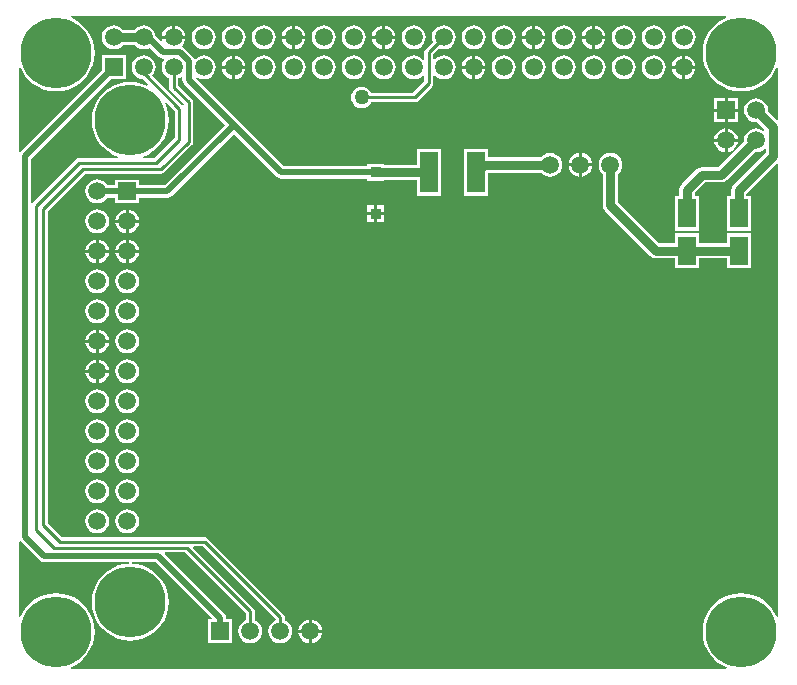
<source format=gtl>
G04*
G04 #@! TF.GenerationSoftware,Altium Limited,Altium Designer,18.1.9 (240)*
G04*
G04 Layer_Physical_Order=1*
G04 Layer_Color=255*
%FSAX25Y25*%
%MOIN*%
G70*
G01*
G75*
%ADD16C,0.01000*%
%ADD17R,0.06102X0.09646*%
%ADD18R,0.06102X0.13583*%
%ADD19R,0.03740X0.03543*%
%ADD29C,0.03000*%
%ADD30C,0.02000*%
%ADD31C,0.23622*%
%ADD32C,0.05906*%
%ADD33R,0.05906X0.05906*%
%ADD34C,0.05906*%
%ADD35C,0.05910*%
%ADD36R,0.05906X0.05906*%
%ADD37C,0.01968*%
%ADD38C,0.05000*%
G36*
X0388013Y0262630D02*
X0388113Y0262130D01*
X0387127Y0261722D01*
X0385407Y0260668D01*
X0383874Y0259358D01*
X0382564Y0257825D01*
X0381511Y0256106D01*
X0380739Y0254243D01*
X0380268Y0252282D01*
X0380110Y0250272D01*
X0380268Y0248261D01*
X0380739Y0246301D01*
X0381511Y0244438D01*
X0382564Y0242718D01*
X0383874Y0241185D01*
X0385407Y0239875D01*
X0387127Y0238822D01*
X0388990Y0238050D01*
X0390950Y0237579D01*
X0392961Y0237421D01*
X0394971Y0237579D01*
X0396932Y0238050D01*
X0398795Y0238822D01*
X0400514Y0239875D01*
X0402047Y0241185D01*
X0403357Y0242718D01*
X0404411Y0244438D01*
X0404819Y0245424D01*
X0405319Y0245324D01*
Y0228037D01*
X0404857Y0227846D01*
X0401883Y0230820D01*
X0401928Y0231157D01*
X0401792Y0232189D01*
X0401394Y0233151D01*
X0400760Y0233977D01*
X0399934Y0234610D01*
X0398973Y0235009D01*
X0397941Y0235144D01*
X0396909Y0235009D01*
X0395948Y0234610D01*
X0395122Y0233977D01*
X0394488Y0233151D01*
X0394090Y0232189D01*
X0393954Y0231157D01*
X0394090Y0230126D01*
X0394488Y0229164D01*
X0395122Y0228338D01*
X0395948Y0227705D01*
X0396909Y0227307D01*
X0397941Y0227171D01*
X0398278Y0227215D01*
X0400848Y0224645D01*
X0400827Y0224556D01*
X0400264Y0224357D01*
X0399934Y0224610D01*
X0398973Y0225009D01*
X0397941Y0225144D01*
X0396909Y0225009D01*
X0395948Y0224610D01*
X0395122Y0223977D01*
X0394488Y0223151D01*
X0394090Y0222189D01*
X0393954Y0221158D01*
X0393999Y0220820D01*
X0385350Y0212171D01*
X0379870D01*
X0378895Y0211977D01*
X0378068Y0211424D01*
X0373146Y0206503D01*
X0372594Y0205676D01*
X0372400Y0204701D01*
Y0202551D01*
X0370898D01*
Y0190905D01*
X0379000D01*
Y0202551D01*
X0377498D01*
Y0203645D01*
X0380926Y0207073D01*
X0386405D01*
X0387381Y0207267D01*
X0388208Y0207820D01*
X0397603Y0217215D01*
X0397941Y0217171D01*
X0398973Y0217306D01*
X0399934Y0217705D01*
X0400654Y0218257D01*
X0401154Y0218097D01*
Y0216991D01*
X0390371Y0206208D01*
X0389818Y0205381D01*
X0389624Y0204405D01*
Y0202551D01*
X0388122D01*
Y0190905D01*
X0396224D01*
Y0202551D01*
X0394722D01*
Y0203350D01*
X0404857Y0213485D01*
X0405319Y0213293D01*
X0405319Y0062306D01*
X0404819Y0062206D01*
X0404411Y0063192D01*
X0403357Y0064912D01*
X0402047Y0066445D01*
X0400514Y0067755D01*
X0398795Y0068808D01*
X0396932Y0069580D01*
X0394971Y0070051D01*
X0392961Y0070209D01*
X0390950Y0070051D01*
X0388990Y0069580D01*
X0387127Y0068808D01*
X0385407Y0067755D01*
X0383874Y0066445D01*
X0382564Y0064912D01*
X0381511Y0063192D01*
X0380739Y0061329D01*
X0380268Y0059368D01*
X0380110Y0057358D01*
X0380268Y0055348D01*
X0380739Y0053387D01*
X0381511Y0051524D01*
X0382564Y0049805D01*
X0383874Y0048272D01*
X0385407Y0046962D01*
X0387127Y0045908D01*
X0388113Y0045500D01*
X0388013Y0045000D01*
X0169561D01*
X0169462Y0045500D01*
X0170448Y0045908D01*
X0172168Y0046962D01*
X0173701Y0048272D01*
X0175011Y0049805D01*
X0176064Y0051524D01*
X0176836Y0053387D01*
X0177307Y0055348D01*
X0177465Y0057358D01*
X0177307Y0059368D01*
X0176836Y0061329D01*
X0176064Y0063192D01*
X0175011Y0064912D01*
X0173701Y0066445D01*
X0172168Y0067755D01*
X0170448Y0068808D01*
X0168585Y0069580D01*
X0166624Y0070051D01*
X0164614Y0070209D01*
X0162604Y0070051D01*
X0160643Y0069580D01*
X0158780Y0068808D01*
X0157061Y0067755D01*
X0155527Y0066445D01*
X0154218Y0064912D01*
X0153164Y0063192D01*
X0152756Y0062206D01*
X0152256Y0062305D01*
Y0087335D01*
X0152685Y0087491D01*
X0152756Y0087494D01*
X0159137Y0081113D01*
X0159798Y0080671D01*
X0160579Y0080516D01*
X0188848D01*
X0188868Y0080016D01*
X0187309Y0079893D01*
X0185348Y0079422D01*
X0183485Y0078651D01*
X0181765Y0077597D01*
X0180232Y0076288D01*
X0178922Y0074754D01*
X0177869Y0073035D01*
X0177097Y0071172D01*
X0176627Y0069211D01*
X0176468Y0067201D01*
X0176627Y0065191D01*
X0177097Y0063230D01*
X0177869Y0061367D01*
X0178922Y0059647D01*
X0180232Y0058114D01*
X0181765Y0056804D01*
X0183485Y0055751D01*
X0185348Y0054979D01*
X0187309Y0054508D01*
X0189319Y0054350D01*
X0191329Y0054508D01*
X0193290Y0054979D01*
X0195153Y0055751D01*
X0196872Y0056804D01*
X0198406Y0058114D01*
X0199715Y0059647D01*
X0200769Y0061367D01*
X0201541Y0063230D01*
X0202011Y0065191D01*
X0202169Y0067201D01*
X0202011Y0069211D01*
X0201541Y0071172D01*
X0200769Y0073035D01*
X0199715Y0074754D01*
X0198406Y0076288D01*
X0196872Y0077597D01*
X0195153Y0078651D01*
X0193290Y0079422D01*
X0191329Y0079893D01*
X0189770Y0080016D01*
X0189789Y0080516D01*
X0197825D01*
X0216469Y0061871D01*
X0216278Y0061409D01*
X0215366D01*
Y0053504D01*
X0223272D01*
Y0061409D01*
X0221358D01*
Y0061905D01*
X0221203Y0062686D01*
X0220761Y0063347D01*
X0200820Y0083288D01*
X0201011Y0083750D01*
X0207583D01*
X0227789Y0063544D01*
Y0061102D01*
X0227326Y0060909D01*
X0226500Y0060276D01*
X0225866Y0059450D01*
X0225468Y0058489D01*
X0225332Y0057457D01*
X0225468Y0056425D01*
X0225866Y0055463D01*
X0226500Y0054637D01*
X0227326Y0054004D01*
X0228287Y0053606D01*
X0229319Y0053470D01*
X0230351Y0053606D01*
X0231312Y0054004D01*
X0232138Y0054637D01*
X0232772Y0055463D01*
X0233170Y0056425D01*
X0233306Y0057457D01*
X0233170Y0058489D01*
X0232772Y0059450D01*
X0232138Y0060276D01*
X0231312Y0060909D01*
X0230848Y0061102D01*
Y0064177D01*
X0230732Y0064763D01*
X0230400Y0065259D01*
X0210371Y0085288D01*
X0210562Y0085750D01*
X0213685D01*
X0237790Y0061646D01*
Y0061102D01*
X0237326Y0060909D01*
X0236500Y0060276D01*
X0235866Y0059450D01*
X0235468Y0058489D01*
X0235332Y0057457D01*
X0235468Y0056425D01*
X0235866Y0055463D01*
X0236500Y0054637D01*
X0237326Y0054004D01*
X0238287Y0053606D01*
X0239319Y0053470D01*
X0240351Y0053606D01*
X0241312Y0054004D01*
X0242138Y0054637D01*
X0242772Y0055463D01*
X0243170Y0056425D01*
X0243306Y0057457D01*
X0243170Y0058489D01*
X0242772Y0059450D01*
X0242138Y0060276D01*
X0241312Y0060909D01*
X0240848Y0061102D01*
Y0062279D01*
X0240732Y0062865D01*
X0240400Y0063361D01*
X0215400Y0088361D01*
X0214904Y0088692D01*
X0214319Y0088809D01*
X0166626D01*
X0161911Y0093523D01*
Y0197571D01*
X0174303Y0209963D01*
X0199653D01*
X0200239Y0210079D01*
X0200735Y0210411D01*
X0209871Y0219547D01*
X0210202Y0220043D01*
X0210319Y0220628D01*
Y0233754D01*
X0210202Y0234339D01*
X0209871Y0234835D01*
X0205364Y0239342D01*
Y0241796D01*
X0205828Y0241988D01*
X0206248Y0242311D01*
X0206748Y0242064D01*
Y0241236D01*
X0206904Y0240456D01*
X0207346Y0239794D01*
X0220933Y0226207D01*
X0200836Y0206110D01*
X0192248D01*
Y0208024D01*
X0184343D01*
Y0206110D01*
X0181713D01*
X0181114Y0206890D01*
X0180289Y0207524D01*
X0179327Y0207922D01*
X0178295Y0208058D01*
X0177263Y0207922D01*
X0176302Y0207524D01*
X0175476Y0206890D01*
X0174843Y0206064D01*
X0174444Y0205103D01*
X0174308Y0204071D01*
X0174444Y0203039D01*
X0174843Y0202077D01*
X0175476Y0201252D01*
X0176302Y0200618D01*
X0177263Y0200220D01*
X0178295Y0200084D01*
X0179327Y0200220D01*
X0180289Y0200618D01*
X0181114Y0201252D01*
X0181713Y0202032D01*
X0184343D01*
Y0200118D01*
X0192248D01*
Y0202032D01*
X0201681D01*
X0202461Y0202187D01*
X0203123Y0202629D01*
X0223817Y0223323D01*
X0238172Y0208967D01*
X0238172Y0208967D01*
X0238834Y0208525D01*
X0239614Y0208370D01*
X0239614Y0208370D01*
X0268240D01*
Y0207638D01*
X0273980D01*
Y0207860D01*
X0284874D01*
Y0202618D01*
X0292976D01*
Y0218201D01*
X0284874D01*
Y0212958D01*
X0273980D01*
Y0213181D01*
X0268240D01*
Y0212449D01*
X0240459D01*
X0225259Y0227649D01*
X0211163Y0241745D01*
X0211182Y0241864D01*
X0211724Y0242078D01*
X0211841Y0241988D01*
X0212803Y0241590D01*
X0213835Y0241454D01*
X0214867Y0241590D01*
X0215828Y0241988D01*
X0216654Y0242622D01*
X0217287Y0243447D01*
X0217686Y0244409D01*
X0217822Y0245441D01*
X0217686Y0246473D01*
X0217287Y0247434D01*
X0216654Y0248260D01*
X0215828Y0248894D01*
X0214867Y0249292D01*
X0213835Y0249428D01*
X0212803Y0249292D01*
X0211841Y0248894D01*
X0211161Y0248372D01*
X0211071Y0248354D01*
X0210683Y0248405D01*
X0210543Y0248465D01*
X0210229Y0248934D01*
X0207328Y0251836D01*
X0206859Y0252149D01*
X0206798Y0252289D01*
X0206747Y0252678D01*
X0206765Y0252767D01*
X0207287Y0253448D01*
X0207686Y0254409D01*
X0207756Y0254941D01*
X0199914D01*
X0199982Y0254420D01*
X0199965Y0254398D01*
X0199553Y0254142D01*
X0197756Y0255939D01*
X0197686Y0256473D01*
X0197287Y0257434D01*
X0196654Y0258260D01*
X0195828Y0258894D01*
X0194867Y0259292D01*
X0193835Y0259428D01*
X0192803Y0259292D01*
X0191841Y0258894D01*
X0191016Y0258260D01*
X0190808Y0257990D01*
X0186861D01*
X0186654Y0258260D01*
X0185828Y0258894D01*
X0184867Y0259292D01*
X0183835Y0259428D01*
X0182803Y0259292D01*
X0181841Y0258894D01*
X0181016Y0258260D01*
X0180382Y0257434D01*
X0179984Y0256473D01*
X0179848Y0255441D01*
X0179984Y0254409D01*
X0180382Y0253448D01*
X0181016Y0252622D01*
X0181841Y0251988D01*
X0182803Y0251590D01*
X0183835Y0251454D01*
X0184867Y0251590D01*
X0185828Y0251988D01*
X0186654Y0252622D01*
X0186861Y0252892D01*
X0190808D01*
X0191016Y0252622D01*
X0191841Y0251988D01*
X0192803Y0251590D01*
X0193835Y0251454D01*
X0194867Y0251590D01*
X0195828Y0251988D01*
X0195891Y0252036D01*
X0198975Y0248952D01*
X0198975Y0248952D01*
X0199637Y0248510D01*
X0200417Y0248355D01*
X0200417Y0248355D01*
X0200458D01*
X0200704Y0247854D01*
X0200382Y0247434D01*
X0199984Y0246473D01*
X0199848Y0245441D01*
X0199984Y0244409D01*
X0200382Y0243447D01*
X0201015Y0242622D01*
X0201841Y0241988D01*
X0202305Y0241796D01*
Y0238709D01*
X0202422Y0238123D01*
X0202753Y0237627D01*
X0207131Y0233249D01*
X0207093Y0233004D01*
X0206561Y0232830D01*
X0196704Y0242687D01*
X0197287Y0243447D01*
X0197686Y0244409D01*
X0197821Y0245441D01*
X0197686Y0246473D01*
X0197287Y0247434D01*
X0196654Y0248260D01*
X0195828Y0248894D01*
X0194867Y0249292D01*
X0193835Y0249428D01*
X0192803Y0249292D01*
X0191841Y0248894D01*
X0191016Y0248260D01*
X0190382Y0247434D01*
X0189984Y0246473D01*
X0189848Y0245441D01*
X0189984Y0244409D01*
X0190382Y0243447D01*
X0191016Y0242622D01*
X0191841Y0241988D01*
X0192803Y0241590D01*
X0193578Y0241488D01*
X0195308Y0239758D01*
X0195024Y0239334D01*
X0193290Y0240052D01*
X0191329Y0240523D01*
X0189319Y0240681D01*
X0187309Y0240523D01*
X0185348Y0240052D01*
X0183485Y0239281D01*
X0181765Y0238227D01*
X0180232Y0236917D01*
X0178922Y0235384D01*
X0177869Y0233665D01*
X0177097Y0231802D01*
X0176627Y0229841D01*
X0176468Y0227831D01*
X0176627Y0225820D01*
X0177097Y0223860D01*
X0177869Y0221997D01*
X0178922Y0220277D01*
X0180232Y0218744D01*
X0181765Y0217434D01*
X0183485Y0216381D01*
X0185160Y0215687D01*
X0185060Y0215187D01*
X0172291D01*
X0171706Y0215070D01*
X0171210Y0214739D01*
X0156938Y0200467D01*
X0156720Y0200141D01*
X0156220Y0200293D01*
Y0214943D01*
X0182766Y0241488D01*
X0187787D01*
Y0249394D01*
X0179882D01*
Y0244372D01*
X0152756Y0217246D01*
X0152685Y0217249D01*
X0152256Y0217406D01*
Y0245324D01*
X0152756Y0245424D01*
X0153164Y0244438D01*
X0154218Y0242718D01*
X0155527Y0241185D01*
X0157061Y0239875D01*
X0158780Y0238822D01*
X0160643Y0238050D01*
X0162604Y0237579D01*
X0164614Y0237421D01*
X0166624Y0237579D01*
X0168585Y0238050D01*
X0170448Y0238822D01*
X0172168Y0239875D01*
X0173701Y0241185D01*
X0175011Y0242718D01*
X0176064Y0244438D01*
X0176836Y0246301D01*
X0177307Y0248261D01*
X0177465Y0250272D01*
X0177307Y0252282D01*
X0176836Y0254243D01*
X0176064Y0256106D01*
X0175011Y0257825D01*
X0173701Y0259358D01*
X0172168Y0260668D01*
X0170448Y0261722D01*
X0169462Y0262130D01*
X0169561Y0262630D01*
X0388013Y0262630D01*
D02*
G37*
G36*
X0204128Y0230937D02*
Y0221968D01*
X0197347Y0215187D01*
X0193577D01*
X0193478Y0215687D01*
X0195153Y0216381D01*
X0196872Y0217434D01*
X0198406Y0218744D01*
X0199715Y0220277D01*
X0200769Y0221997D01*
X0201541Y0223860D01*
X0202011Y0225820D01*
X0202169Y0227831D01*
X0202011Y0229841D01*
X0201541Y0231802D01*
X0200822Y0233536D01*
X0201246Y0233819D01*
X0204128Y0230937D01*
D02*
G37*
%LPC*%
G36*
X0344335Y0259362D02*
Y0255941D01*
X0347756D01*
X0347686Y0256473D01*
X0347287Y0257434D01*
X0346654Y0258260D01*
X0345828Y0258894D01*
X0344867Y0259292D01*
X0344335Y0259362D01*
D02*
G37*
G36*
X0343335D02*
X0342803Y0259292D01*
X0341841Y0258894D01*
X0341016Y0258260D01*
X0340382Y0257434D01*
X0339984Y0256473D01*
X0339914Y0255941D01*
X0343335D01*
Y0259362D01*
D02*
G37*
G36*
X0324335D02*
Y0255941D01*
X0327756D01*
X0327686Y0256473D01*
X0327287Y0257434D01*
X0326654Y0258260D01*
X0325828Y0258894D01*
X0324867Y0259292D01*
X0324335Y0259362D01*
D02*
G37*
G36*
X0323335D02*
X0322803Y0259292D01*
X0321841Y0258894D01*
X0321016Y0258260D01*
X0320382Y0257434D01*
X0319984Y0256473D01*
X0319914Y0255941D01*
X0323335D01*
Y0259362D01*
D02*
G37*
G36*
X0274335D02*
Y0255941D01*
X0277756D01*
X0277686Y0256473D01*
X0277287Y0257434D01*
X0276654Y0258260D01*
X0275828Y0258894D01*
X0274867Y0259292D01*
X0274335Y0259362D01*
D02*
G37*
G36*
X0273335D02*
X0272803Y0259292D01*
X0271841Y0258894D01*
X0271016Y0258260D01*
X0270382Y0257434D01*
X0269984Y0256473D01*
X0269914Y0255941D01*
X0273335D01*
Y0259362D01*
D02*
G37*
G36*
X0244335D02*
Y0255941D01*
X0247756D01*
X0247686Y0256473D01*
X0247287Y0257434D01*
X0246654Y0258260D01*
X0245828Y0258894D01*
X0244867Y0259292D01*
X0244335Y0259362D01*
D02*
G37*
G36*
X0243335D02*
X0242803Y0259292D01*
X0241841Y0258894D01*
X0241016Y0258260D01*
X0240382Y0257434D01*
X0239984Y0256473D01*
X0239914Y0255941D01*
X0243335D01*
Y0259362D01*
D02*
G37*
G36*
X0204335D02*
Y0255941D01*
X0207756D01*
X0207686Y0256473D01*
X0207287Y0257434D01*
X0206654Y0258260D01*
X0205828Y0258894D01*
X0204867Y0259292D01*
X0204335Y0259362D01*
D02*
G37*
G36*
X0203335D02*
X0202803Y0259292D01*
X0201841Y0258894D01*
X0201015Y0258260D01*
X0200382Y0257434D01*
X0199984Y0256473D01*
X0199914Y0255941D01*
X0203335D01*
Y0259362D01*
D02*
G37*
G36*
X0327756Y0254941D02*
X0324335D01*
Y0251520D01*
X0324867Y0251590D01*
X0325828Y0251988D01*
X0326654Y0252622D01*
X0327287Y0253448D01*
X0327686Y0254409D01*
X0327756Y0254941D01*
D02*
G37*
G36*
X0323335D02*
X0319914D01*
X0319984Y0254409D01*
X0320382Y0253448D01*
X0321016Y0252622D01*
X0321841Y0251988D01*
X0322803Y0251590D01*
X0323335Y0251520D01*
Y0254941D01*
D02*
G37*
G36*
X0277756D02*
X0274335D01*
Y0251520D01*
X0274867Y0251590D01*
X0275828Y0251988D01*
X0276654Y0252622D01*
X0277287Y0253448D01*
X0277686Y0254409D01*
X0277756Y0254941D01*
D02*
G37*
G36*
X0273335D02*
X0269914D01*
X0269984Y0254409D01*
X0270382Y0253448D01*
X0271016Y0252622D01*
X0271841Y0251988D01*
X0272803Y0251590D01*
X0273335Y0251520D01*
Y0254941D01*
D02*
G37*
G36*
X0247756D02*
X0244335D01*
Y0251520D01*
X0244867Y0251590D01*
X0245828Y0251988D01*
X0246654Y0252622D01*
X0247287Y0253448D01*
X0247686Y0254409D01*
X0247756Y0254941D01*
D02*
G37*
G36*
X0243335D02*
X0239914D01*
X0239984Y0254409D01*
X0240382Y0253448D01*
X0241016Y0252622D01*
X0241841Y0251988D01*
X0242803Y0251590D01*
X0243335Y0251520D01*
Y0254941D01*
D02*
G37*
G36*
X0347756D02*
X0344335D01*
Y0251520D01*
X0344867Y0251590D01*
X0345828Y0251988D01*
X0346654Y0252622D01*
X0347287Y0253448D01*
X0347686Y0254409D01*
X0347756Y0254941D01*
D02*
G37*
G36*
X0343335D02*
X0339914D01*
X0339984Y0254409D01*
X0340382Y0253448D01*
X0341016Y0252622D01*
X0341841Y0251988D01*
X0342803Y0251590D01*
X0343335Y0251520D01*
Y0254941D01*
D02*
G37*
G36*
X0373835Y0259428D02*
X0372803Y0259292D01*
X0371841Y0258894D01*
X0371016Y0258260D01*
X0370382Y0257434D01*
X0369984Y0256473D01*
X0369848Y0255441D01*
X0369984Y0254409D01*
X0370382Y0253448D01*
X0371016Y0252622D01*
X0371841Y0251988D01*
X0372803Y0251590D01*
X0373835Y0251454D01*
X0374867Y0251590D01*
X0375828Y0251988D01*
X0376654Y0252622D01*
X0377287Y0253448D01*
X0377686Y0254409D01*
X0377821Y0255441D01*
X0377686Y0256473D01*
X0377287Y0257434D01*
X0376654Y0258260D01*
X0375828Y0258894D01*
X0374867Y0259292D01*
X0373835Y0259428D01*
D02*
G37*
G36*
X0363835D02*
X0362803Y0259292D01*
X0361841Y0258894D01*
X0361016Y0258260D01*
X0360382Y0257434D01*
X0359984Y0256473D01*
X0359848Y0255441D01*
X0359984Y0254409D01*
X0360382Y0253448D01*
X0361016Y0252622D01*
X0361841Y0251988D01*
X0362803Y0251590D01*
X0363835Y0251454D01*
X0364867Y0251590D01*
X0365828Y0251988D01*
X0366654Y0252622D01*
X0367287Y0253448D01*
X0367686Y0254409D01*
X0367822Y0255441D01*
X0367686Y0256473D01*
X0367287Y0257434D01*
X0366654Y0258260D01*
X0365828Y0258894D01*
X0364867Y0259292D01*
X0363835Y0259428D01*
D02*
G37*
G36*
X0353835D02*
X0352803Y0259292D01*
X0351841Y0258894D01*
X0351015Y0258260D01*
X0350382Y0257434D01*
X0349984Y0256473D01*
X0349848Y0255441D01*
X0349984Y0254409D01*
X0350382Y0253448D01*
X0351015Y0252622D01*
X0351841Y0251988D01*
X0352803Y0251590D01*
X0353835Y0251454D01*
X0354867Y0251590D01*
X0355828Y0251988D01*
X0356654Y0252622D01*
X0357287Y0253448D01*
X0357686Y0254409D01*
X0357821Y0255441D01*
X0357686Y0256473D01*
X0357287Y0257434D01*
X0356654Y0258260D01*
X0355828Y0258894D01*
X0354867Y0259292D01*
X0353835Y0259428D01*
D02*
G37*
G36*
X0333835D02*
X0332803Y0259292D01*
X0331841Y0258894D01*
X0331015Y0258260D01*
X0330382Y0257434D01*
X0329984Y0256473D01*
X0329848Y0255441D01*
X0329984Y0254409D01*
X0330382Y0253448D01*
X0331015Y0252622D01*
X0331841Y0251988D01*
X0332803Y0251590D01*
X0333835Y0251454D01*
X0334867Y0251590D01*
X0335828Y0251988D01*
X0336654Y0252622D01*
X0337287Y0253448D01*
X0337686Y0254409D01*
X0337822Y0255441D01*
X0337686Y0256473D01*
X0337287Y0257434D01*
X0336654Y0258260D01*
X0335828Y0258894D01*
X0334867Y0259292D01*
X0333835Y0259428D01*
D02*
G37*
G36*
X0313835D02*
X0312803Y0259292D01*
X0311841Y0258894D01*
X0311016Y0258260D01*
X0310382Y0257434D01*
X0309984Y0256473D01*
X0309848Y0255441D01*
X0309984Y0254409D01*
X0310382Y0253448D01*
X0311016Y0252622D01*
X0311841Y0251988D01*
X0312803Y0251590D01*
X0313835Y0251454D01*
X0314867Y0251590D01*
X0315828Y0251988D01*
X0316654Y0252622D01*
X0317287Y0253448D01*
X0317686Y0254409D01*
X0317822Y0255441D01*
X0317686Y0256473D01*
X0317287Y0257434D01*
X0316654Y0258260D01*
X0315828Y0258894D01*
X0314867Y0259292D01*
X0313835Y0259428D01*
D02*
G37*
G36*
X0303835D02*
X0302803Y0259292D01*
X0301841Y0258894D01*
X0301015Y0258260D01*
X0300382Y0257434D01*
X0299984Y0256473D01*
X0299848Y0255441D01*
X0299984Y0254409D01*
X0300382Y0253448D01*
X0301015Y0252622D01*
X0301841Y0251988D01*
X0302803Y0251590D01*
X0303835Y0251454D01*
X0304867Y0251590D01*
X0305828Y0251988D01*
X0306654Y0252622D01*
X0307287Y0253448D01*
X0307686Y0254409D01*
X0307821Y0255441D01*
X0307686Y0256473D01*
X0307287Y0257434D01*
X0306654Y0258260D01*
X0305828Y0258894D01*
X0304867Y0259292D01*
X0303835Y0259428D01*
D02*
G37*
G36*
X0293835D02*
X0292803Y0259292D01*
X0291841Y0258894D01*
X0291016Y0258260D01*
X0290382Y0257434D01*
X0289984Y0256473D01*
X0289848Y0255441D01*
X0289984Y0254409D01*
X0290176Y0253945D01*
X0287801Y0251570D01*
X0287469Y0251074D01*
X0287352Y0250488D01*
Y0248171D01*
X0286853Y0248001D01*
X0286654Y0248260D01*
X0285828Y0248894D01*
X0284867Y0249292D01*
X0283835Y0249428D01*
X0282803Y0249292D01*
X0281841Y0248894D01*
X0281015Y0248260D01*
X0280382Y0247434D01*
X0279984Y0246473D01*
X0279848Y0245441D01*
X0279984Y0244409D01*
X0280382Y0243447D01*
X0281015Y0242622D01*
X0281841Y0241988D01*
X0282803Y0241590D01*
X0283835Y0241454D01*
X0284867Y0241590D01*
X0285828Y0241988D01*
X0286654Y0242622D01*
X0286853Y0242881D01*
X0287352Y0242711D01*
Y0240724D01*
X0283567Y0236939D01*
X0269639D01*
X0269542Y0237175D01*
X0268981Y0237906D01*
X0268249Y0238467D01*
X0267398Y0238819D01*
X0266484Y0238940D01*
X0265571Y0238819D01*
X0264719Y0238467D01*
X0263988Y0237906D01*
X0263427Y0237175D01*
X0263074Y0236323D01*
X0262954Y0235409D01*
X0263074Y0234496D01*
X0263427Y0233644D01*
X0263988Y0232913D01*
X0264719Y0232352D01*
X0265571Y0231999D01*
X0266484Y0231879D01*
X0267398Y0231999D01*
X0268249Y0232352D01*
X0268981Y0232913D01*
X0269542Y0233644D01*
X0269639Y0233880D01*
X0284201D01*
X0284786Y0233997D01*
X0285282Y0234328D01*
X0289963Y0239009D01*
X0290295Y0239505D01*
X0290411Y0240091D01*
Y0242632D01*
X0290885Y0242792D01*
X0291016Y0242622D01*
X0291841Y0241988D01*
X0292803Y0241590D01*
X0293835Y0241454D01*
X0294867Y0241590D01*
X0295828Y0241988D01*
X0296654Y0242622D01*
X0297287Y0243447D01*
X0297686Y0244409D01*
X0297821Y0245441D01*
X0297686Y0246473D01*
X0297287Y0247434D01*
X0296654Y0248260D01*
X0295828Y0248894D01*
X0294867Y0249292D01*
X0293835Y0249428D01*
X0292803Y0249292D01*
X0291841Y0248894D01*
X0291016Y0248260D01*
X0290885Y0248090D01*
X0290411Y0248250D01*
Y0249855D01*
X0292339Y0251782D01*
X0292803Y0251590D01*
X0293835Y0251454D01*
X0294867Y0251590D01*
X0295828Y0251988D01*
X0296654Y0252622D01*
X0297287Y0253448D01*
X0297686Y0254409D01*
X0297821Y0255441D01*
X0297686Y0256473D01*
X0297287Y0257434D01*
X0296654Y0258260D01*
X0295828Y0258894D01*
X0294867Y0259292D01*
X0293835Y0259428D01*
D02*
G37*
G36*
X0283835D02*
X0282803Y0259292D01*
X0281841Y0258894D01*
X0281015Y0258260D01*
X0280382Y0257434D01*
X0279984Y0256473D01*
X0279848Y0255441D01*
X0279984Y0254409D01*
X0280382Y0253448D01*
X0281015Y0252622D01*
X0281841Y0251988D01*
X0282803Y0251590D01*
X0283835Y0251454D01*
X0284867Y0251590D01*
X0285828Y0251988D01*
X0286654Y0252622D01*
X0287287Y0253448D01*
X0287686Y0254409D01*
X0287822Y0255441D01*
X0287686Y0256473D01*
X0287287Y0257434D01*
X0286654Y0258260D01*
X0285828Y0258894D01*
X0284867Y0259292D01*
X0283835Y0259428D01*
D02*
G37*
G36*
X0263835D02*
X0262803Y0259292D01*
X0261841Y0258894D01*
X0261016Y0258260D01*
X0260382Y0257434D01*
X0259984Y0256473D01*
X0259848Y0255441D01*
X0259984Y0254409D01*
X0260382Y0253448D01*
X0261016Y0252622D01*
X0261841Y0251988D01*
X0262803Y0251590D01*
X0263835Y0251454D01*
X0264867Y0251590D01*
X0265828Y0251988D01*
X0266654Y0252622D01*
X0267287Y0253448D01*
X0267686Y0254409D01*
X0267822Y0255441D01*
X0267686Y0256473D01*
X0267287Y0257434D01*
X0266654Y0258260D01*
X0265828Y0258894D01*
X0264867Y0259292D01*
X0263835Y0259428D01*
D02*
G37*
G36*
X0253835D02*
X0252803Y0259292D01*
X0251841Y0258894D01*
X0251015Y0258260D01*
X0250382Y0257434D01*
X0249984Y0256473D01*
X0249848Y0255441D01*
X0249984Y0254409D01*
X0250382Y0253448D01*
X0251015Y0252622D01*
X0251841Y0251988D01*
X0252803Y0251590D01*
X0253835Y0251454D01*
X0254867Y0251590D01*
X0255828Y0251988D01*
X0256654Y0252622D01*
X0257287Y0253448D01*
X0257686Y0254409D01*
X0257821Y0255441D01*
X0257686Y0256473D01*
X0257287Y0257434D01*
X0256654Y0258260D01*
X0255828Y0258894D01*
X0254867Y0259292D01*
X0253835Y0259428D01*
D02*
G37*
G36*
X0233835D02*
X0232803Y0259292D01*
X0231841Y0258894D01*
X0231015Y0258260D01*
X0230382Y0257434D01*
X0229984Y0256473D01*
X0229848Y0255441D01*
X0229984Y0254409D01*
X0230382Y0253448D01*
X0231015Y0252622D01*
X0231841Y0251988D01*
X0232803Y0251590D01*
X0233835Y0251454D01*
X0234867Y0251590D01*
X0235828Y0251988D01*
X0236654Y0252622D01*
X0237287Y0253448D01*
X0237686Y0254409D01*
X0237822Y0255441D01*
X0237686Y0256473D01*
X0237287Y0257434D01*
X0236654Y0258260D01*
X0235828Y0258894D01*
X0234867Y0259292D01*
X0233835Y0259428D01*
D02*
G37*
G36*
X0223835D02*
X0222803Y0259292D01*
X0221841Y0258894D01*
X0221016Y0258260D01*
X0220382Y0257434D01*
X0219984Y0256473D01*
X0219848Y0255441D01*
X0219984Y0254409D01*
X0220382Y0253448D01*
X0221016Y0252622D01*
X0221841Y0251988D01*
X0222803Y0251590D01*
X0223835Y0251454D01*
X0224867Y0251590D01*
X0225828Y0251988D01*
X0226654Y0252622D01*
X0227287Y0253448D01*
X0227686Y0254409D01*
X0227821Y0255441D01*
X0227686Y0256473D01*
X0227287Y0257434D01*
X0226654Y0258260D01*
X0225828Y0258894D01*
X0224867Y0259292D01*
X0223835Y0259428D01*
D02*
G37*
G36*
X0213835D02*
X0212803Y0259292D01*
X0211841Y0258894D01*
X0211016Y0258260D01*
X0210382Y0257434D01*
X0209984Y0256473D01*
X0209848Y0255441D01*
X0209984Y0254409D01*
X0210382Y0253448D01*
X0211016Y0252622D01*
X0211841Y0251988D01*
X0212803Y0251590D01*
X0213835Y0251454D01*
X0214867Y0251590D01*
X0215828Y0251988D01*
X0216654Y0252622D01*
X0217287Y0253448D01*
X0217686Y0254409D01*
X0217822Y0255441D01*
X0217686Y0256473D01*
X0217287Y0257434D01*
X0216654Y0258260D01*
X0215828Y0258894D01*
X0214867Y0259292D01*
X0213835Y0259428D01*
D02*
G37*
G36*
X0374335Y0249362D02*
Y0245941D01*
X0377756D01*
X0377686Y0246473D01*
X0377287Y0247434D01*
X0376654Y0248260D01*
X0375828Y0248894D01*
X0374867Y0249292D01*
X0374335Y0249362D01*
D02*
G37*
G36*
X0373335D02*
X0372803Y0249292D01*
X0371841Y0248894D01*
X0371016Y0248260D01*
X0370382Y0247434D01*
X0369984Y0246473D01*
X0369914Y0245941D01*
X0373335D01*
Y0249362D01*
D02*
G37*
G36*
X0304335D02*
Y0245941D01*
X0307756D01*
X0307686Y0246473D01*
X0307287Y0247434D01*
X0306654Y0248260D01*
X0305828Y0248894D01*
X0304867Y0249292D01*
X0304335Y0249362D01*
D02*
G37*
G36*
X0303335D02*
X0302803Y0249292D01*
X0301841Y0248894D01*
X0301015Y0248260D01*
X0300382Y0247434D01*
X0299984Y0246473D01*
X0299914Y0245941D01*
X0303335D01*
Y0249362D01*
D02*
G37*
G36*
X0224335D02*
Y0245941D01*
X0227756D01*
X0227686Y0246473D01*
X0227287Y0247434D01*
X0226654Y0248260D01*
X0225828Y0248894D01*
X0224867Y0249292D01*
X0224335Y0249362D01*
D02*
G37*
G36*
X0223335D02*
X0222803Y0249292D01*
X0221841Y0248894D01*
X0221016Y0248260D01*
X0220382Y0247434D01*
X0219984Y0246473D01*
X0219914Y0245941D01*
X0223335D01*
Y0249362D01*
D02*
G37*
G36*
X0377756Y0244941D02*
X0374335D01*
Y0241520D01*
X0374867Y0241590D01*
X0375828Y0241988D01*
X0376654Y0242622D01*
X0377287Y0243447D01*
X0377686Y0244409D01*
X0377756Y0244941D01*
D02*
G37*
G36*
X0373335D02*
X0369914D01*
X0369984Y0244409D01*
X0370382Y0243447D01*
X0371016Y0242622D01*
X0371841Y0241988D01*
X0372803Y0241590D01*
X0373335Y0241520D01*
Y0244941D01*
D02*
G37*
G36*
X0307756D02*
X0304335D01*
Y0241520D01*
X0304867Y0241590D01*
X0305828Y0241988D01*
X0306654Y0242622D01*
X0307287Y0243447D01*
X0307686Y0244409D01*
X0307756Y0244941D01*
D02*
G37*
G36*
X0303335D02*
X0299914D01*
X0299984Y0244409D01*
X0300382Y0243447D01*
X0301015Y0242622D01*
X0301841Y0241988D01*
X0302803Y0241590D01*
X0303335Y0241520D01*
Y0244941D01*
D02*
G37*
G36*
X0227756D02*
X0224335D01*
Y0241520D01*
X0224867Y0241590D01*
X0225828Y0241988D01*
X0226654Y0242622D01*
X0227287Y0243447D01*
X0227686Y0244409D01*
X0227756Y0244941D01*
D02*
G37*
G36*
X0223335D02*
X0219914D01*
X0219984Y0244409D01*
X0220382Y0243447D01*
X0221016Y0242622D01*
X0221841Y0241988D01*
X0222803Y0241590D01*
X0223335Y0241520D01*
Y0244941D01*
D02*
G37*
G36*
X0363835Y0249428D02*
X0362803Y0249292D01*
X0361841Y0248894D01*
X0361016Y0248260D01*
X0360382Y0247434D01*
X0359984Y0246473D01*
X0359848Y0245441D01*
X0359984Y0244409D01*
X0360382Y0243447D01*
X0361016Y0242622D01*
X0361841Y0241988D01*
X0362803Y0241590D01*
X0363835Y0241454D01*
X0364867Y0241590D01*
X0365828Y0241988D01*
X0366654Y0242622D01*
X0367287Y0243447D01*
X0367686Y0244409D01*
X0367822Y0245441D01*
X0367686Y0246473D01*
X0367287Y0247434D01*
X0366654Y0248260D01*
X0365828Y0248894D01*
X0364867Y0249292D01*
X0363835Y0249428D01*
D02*
G37*
G36*
X0353835D02*
X0352803Y0249292D01*
X0351841Y0248894D01*
X0351015Y0248260D01*
X0350382Y0247434D01*
X0349984Y0246473D01*
X0349848Y0245441D01*
X0349984Y0244409D01*
X0350382Y0243447D01*
X0351015Y0242622D01*
X0351841Y0241988D01*
X0352803Y0241590D01*
X0353835Y0241454D01*
X0354867Y0241590D01*
X0355828Y0241988D01*
X0356654Y0242622D01*
X0357287Y0243447D01*
X0357686Y0244409D01*
X0357821Y0245441D01*
X0357686Y0246473D01*
X0357287Y0247434D01*
X0356654Y0248260D01*
X0355828Y0248894D01*
X0354867Y0249292D01*
X0353835Y0249428D01*
D02*
G37*
G36*
X0343835D02*
X0342803Y0249292D01*
X0341841Y0248894D01*
X0341016Y0248260D01*
X0340382Y0247434D01*
X0339984Y0246473D01*
X0339848Y0245441D01*
X0339984Y0244409D01*
X0340382Y0243447D01*
X0341016Y0242622D01*
X0341841Y0241988D01*
X0342803Y0241590D01*
X0343835Y0241454D01*
X0344867Y0241590D01*
X0345828Y0241988D01*
X0346654Y0242622D01*
X0347287Y0243447D01*
X0347686Y0244409D01*
X0347821Y0245441D01*
X0347686Y0246473D01*
X0347287Y0247434D01*
X0346654Y0248260D01*
X0345828Y0248894D01*
X0344867Y0249292D01*
X0343835Y0249428D01*
D02*
G37*
G36*
X0333835D02*
X0332803Y0249292D01*
X0331841Y0248894D01*
X0331015Y0248260D01*
X0330382Y0247434D01*
X0329984Y0246473D01*
X0329848Y0245441D01*
X0329984Y0244409D01*
X0330382Y0243447D01*
X0331015Y0242622D01*
X0331841Y0241988D01*
X0332803Y0241590D01*
X0333835Y0241454D01*
X0334867Y0241590D01*
X0335828Y0241988D01*
X0336654Y0242622D01*
X0337287Y0243447D01*
X0337686Y0244409D01*
X0337822Y0245441D01*
X0337686Y0246473D01*
X0337287Y0247434D01*
X0336654Y0248260D01*
X0335828Y0248894D01*
X0334867Y0249292D01*
X0333835Y0249428D01*
D02*
G37*
G36*
X0323835D02*
X0322803Y0249292D01*
X0321841Y0248894D01*
X0321016Y0248260D01*
X0320382Y0247434D01*
X0319984Y0246473D01*
X0319848Y0245441D01*
X0319984Y0244409D01*
X0320382Y0243447D01*
X0321016Y0242622D01*
X0321841Y0241988D01*
X0322803Y0241590D01*
X0323835Y0241454D01*
X0324867Y0241590D01*
X0325828Y0241988D01*
X0326654Y0242622D01*
X0327287Y0243447D01*
X0327686Y0244409D01*
X0327821Y0245441D01*
X0327686Y0246473D01*
X0327287Y0247434D01*
X0326654Y0248260D01*
X0325828Y0248894D01*
X0324867Y0249292D01*
X0323835Y0249428D01*
D02*
G37*
G36*
X0313835D02*
X0312803Y0249292D01*
X0311841Y0248894D01*
X0311016Y0248260D01*
X0310382Y0247434D01*
X0309984Y0246473D01*
X0309848Y0245441D01*
X0309984Y0244409D01*
X0310382Y0243447D01*
X0311016Y0242622D01*
X0311841Y0241988D01*
X0312803Y0241590D01*
X0313835Y0241454D01*
X0314867Y0241590D01*
X0315828Y0241988D01*
X0316654Y0242622D01*
X0317287Y0243447D01*
X0317686Y0244409D01*
X0317822Y0245441D01*
X0317686Y0246473D01*
X0317287Y0247434D01*
X0316654Y0248260D01*
X0315828Y0248894D01*
X0314867Y0249292D01*
X0313835Y0249428D01*
D02*
G37*
G36*
X0273835D02*
X0272803Y0249292D01*
X0271841Y0248894D01*
X0271016Y0248260D01*
X0270382Y0247434D01*
X0269984Y0246473D01*
X0269848Y0245441D01*
X0269984Y0244409D01*
X0270382Y0243447D01*
X0271016Y0242622D01*
X0271841Y0241988D01*
X0272803Y0241590D01*
X0273835Y0241454D01*
X0274867Y0241590D01*
X0275828Y0241988D01*
X0276654Y0242622D01*
X0277287Y0243447D01*
X0277686Y0244409D01*
X0277821Y0245441D01*
X0277686Y0246473D01*
X0277287Y0247434D01*
X0276654Y0248260D01*
X0275828Y0248894D01*
X0274867Y0249292D01*
X0273835Y0249428D01*
D02*
G37*
G36*
X0263835D02*
X0262803Y0249292D01*
X0261841Y0248894D01*
X0261016Y0248260D01*
X0260382Y0247434D01*
X0259984Y0246473D01*
X0259848Y0245441D01*
X0259984Y0244409D01*
X0260382Y0243447D01*
X0261016Y0242622D01*
X0261841Y0241988D01*
X0262803Y0241590D01*
X0263835Y0241454D01*
X0264867Y0241590D01*
X0265828Y0241988D01*
X0266654Y0242622D01*
X0267287Y0243447D01*
X0267686Y0244409D01*
X0267822Y0245441D01*
X0267686Y0246473D01*
X0267287Y0247434D01*
X0266654Y0248260D01*
X0265828Y0248894D01*
X0264867Y0249292D01*
X0263835Y0249428D01*
D02*
G37*
G36*
X0253835D02*
X0252803Y0249292D01*
X0251841Y0248894D01*
X0251015Y0248260D01*
X0250382Y0247434D01*
X0249984Y0246473D01*
X0249848Y0245441D01*
X0249984Y0244409D01*
X0250382Y0243447D01*
X0251015Y0242622D01*
X0251841Y0241988D01*
X0252803Y0241590D01*
X0253835Y0241454D01*
X0254867Y0241590D01*
X0255828Y0241988D01*
X0256654Y0242622D01*
X0257287Y0243447D01*
X0257686Y0244409D01*
X0257821Y0245441D01*
X0257686Y0246473D01*
X0257287Y0247434D01*
X0256654Y0248260D01*
X0255828Y0248894D01*
X0254867Y0249292D01*
X0253835Y0249428D01*
D02*
G37*
G36*
X0243835D02*
X0242803Y0249292D01*
X0241841Y0248894D01*
X0241016Y0248260D01*
X0240382Y0247434D01*
X0239984Y0246473D01*
X0239848Y0245441D01*
X0239984Y0244409D01*
X0240382Y0243447D01*
X0241016Y0242622D01*
X0241841Y0241988D01*
X0242803Y0241590D01*
X0243835Y0241454D01*
X0244867Y0241590D01*
X0245828Y0241988D01*
X0246654Y0242622D01*
X0247287Y0243447D01*
X0247686Y0244409D01*
X0247821Y0245441D01*
X0247686Y0246473D01*
X0247287Y0247434D01*
X0246654Y0248260D01*
X0245828Y0248894D01*
X0244867Y0249292D01*
X0243835Y0249428D01*
D02*
G37*
G36*
X0233835D02*
X0232803Y0249292D01*
X0231841Y0248894D01*
X0231015Y0248260D01*
X0230382Y0247434D01*
X0229984Y0246473D01*
X0229848Y0245441D01*
X0229984Y0244409D01*
X0230382Y0243447D01*
X0231015Y0242622D01*
X0231841Y0241988D01*
X0232803Y0241590D01*
X0233835Y0241454D01*
X0234867Y0241590D01*
X0235828Y0241988D01*
X0236654Y0242622D01*
X0237287Y0243447D01*
X0237686Y0244409D01*
X0237822Y0245441D01*
X0237686Y0246473D01*
X0237287Y0247434D01*
X0236654Y0248260D01*
X0235828Y0248894D01*
X0234867Y0249292D01*
X0233835Y0249428D01*
D02*
G37*
G36*
X0391894Y0235110D02*
X0388441D01*
Y0231658D01*
X0391894D01*
Y0235110D01*
D02*
G37*
G36*
X0387441D02*
X0383988D01*
Y0231658D01*
X0387441D01*
Y0235110D01*
D02*
G37*
G36*
X0391894Y0230658D02*
X0388441D01*
Y0227205D01*
X0391894D01*
Y0230658D01*
D02*
G37*
G36*
X0387441D02*
X0383988D01*
Y0227205D01*
X0387441D01*
Y0230658D01*
D02*
G37*
G36*
X0388441Y0225079D02*
Y0221657D01*
X0391862D01*
X0391792Y0222189D01*
X0391394Y0223151D01*
X0390760Y0223977D01*
X0389934Y0224610D01*
X0388973Y0225009D01*
X0388441Y0225079D01*
D02*
G37*
G36*
X0387441D02*
X0386909Y0225009D01*
X0385947Y0224610D01*
X0385122Y0223977D01*
X0384488Y0223151D01*
X0384090Y0222189D01*
X0384020Y0221657D01*
X0387441D01*
Y0225079D01*
D02*
G37*
G36*
X0391862Y0220657D02*
X0388441D01*
Y0217236D01*
X0388973Y0217306D01*
X0389934Y0217705D01*
X0390760Y0218338D01*
X0391394Y0219164D01*
X0391792Y0220126D01*
X0391862Y0220657D01*
D02*
G37*
G36*
X0387441D02*
X0384020D01*
X0384090Y0220126D01*
X0384488Y0219164D01*
X0385122Y0218338D01*
X0385947Y0217705D01*
X0386909Y0217306D01*
X0387441Y0217236D01*
Y0220657D01*
D02*
G37*
G36*
X0339917Y0216892D02*
Y0213469D01*
X0343340D01*
X0343270Y0214001D01*
X0342872Y0214963D01*
X0342238Y0215789D01*
X0341412Y0216423D01*
X0340450Y0216822D01*
X0339917Y0216892D01*
D02*
G37*
G36*
X0338917D02*
X0338385Y0216822D01*
X0337423Y0216423D01*
X0336597Y0215789D01*
X0335963Y0214963D01*
X0335564Y0214001D01*
X0335494Y0213469D01*
X0338917D01*
Y0216892D01*
D02*
G37*
G36*
X0343340Y0212469D02*
X0339917D01*
Y0209045D01*
X0340450Y0209116D01*
X0341412Y0209514D01*
X0342238Y0210148D01*
X0342872Y0210974D01*
X0343270Y0211936D01*
X0343340Y0212469D01*
D02*
G37*
G36*
X0338917D02*
X0335494D01*
X0335564Y0211936D01*
X0335963Y0210974D01*
X0336597Y0210148D01*
X0337423Y0209514D01*
X0338385Y0209116D01*
X0338917Y0209045D01*
Y0212469D01*
D02*
G37*
G36*
X0308724Y0218201D02*
X0300622D01*
Y0202618D01*
X0308724D01*
Y0210380D01*
X0326391D01*
X0326598Y0210110D01*
X0327424Y0209476D01*
X0328385Y0209078D01*
X0329417Y0208942D01*
X0330449Y0209078D01*
X0331411Y0209476D01*
X0332237Y0210110D01*
X0332870Y0210936D01*
X0333268Y0211897D01*
X0333404Y0212929D01*
X0333268Y0213961D01*
X0332870Y0214923D01*
X0332237Y0215748D01*
X0331411Y0216382D01*
X0330449Y0216780D01*
X0329417Y0216916D01*
X0328385Y0216780D01*
X0327424Y0216382D01*
X0326598Y0215748D01*
X0326391Y0215478D01*
X0308724D01*
Y0218201D01*
D02*
G37*
G36*
X0273980Y0199402D02*
X0271610D01*
Y0197130D01*
X0273980D01*
Y0199402D01*
D02*
G37*
G36*
X0270610D02*
X0268240D01*
Y0197130D01*
X0270610D01*
Y0199402D01*
D02*
G37*
G36*
X0188795Y0197992D02*
Y0194571D01*
X0192216D01*
X0192146Y0195103D01*
X0191748Y0196064D01*
X0191114Y0196890D01*
X0190289Y0197524D01*
X0189327Y0197922D01*
X0188795Y0197992D01*
D02*
G37*
G36*
X0187795D02*
X0187263Y0197922D01*
X0186302Y0197524D01*
X0185476Y0196890D01*
X0184843Y0196064D01*
X0184444Y0195103D01*
X0184374Y0194571D01*
X0187795D01*
Y0197992D01*
D02*
G37*
G36*
X0273980Y0196130D02*
X0271610D01*
Y0193858D01*
X0273980D01*
Y0196130D01*
D02*
G37*
G36*
X0270610D02*
X0268240D01*
Y0193858D01*
X0270610D01*
Y0196130D01*
D02*
G37*
G36*
X0192216Y0193571D02*
X0188795D01*
Y0190150D01*
X0189327Y0190220D01*
X0190289Y0190618D01*
X0191114Y0191252D01*
X0191748Y0192077D01*
X0192146Y0193039D01*
X0192216Y0193571D01*
D02*
G37*
G36*
X0187795D02*
X0184374D01*
X0184444Y0193039D01*
X0184843Y0192077D01*
X0185476Y0191252D01*
X0186302Y0190618D01*
X0187263Y0190220D01*
X0187795Y0190150D01*
Y0193571D01*
D02*
G37*
G36*
X0178295Y0198058D02*
X0177263Y0197922D01*
X0176302Y0197524D01*
X0175476Y0196890D01*
X0174843Y0196064D01*
X0174444Y0195103D01*
X0174308Y0194071D01*
X0174444Y0193039D01*
X0174843Y0192077D01*
X0175476Y0191252D01*
X0176302Y0190618D01*
X0177263Y0190220D01*
X0178295Y0190084D01*
X0179327Y0190220D01*
X0180289Y0190618D01*
X0181114Y0191252D01*
X0181748Y0192077D01*
X0182146Y0193039D01*
X0182282Y0194071D01*
X0182146Y0195103D01*
X0181748Y0196064D01*
X0181114Y0196890D01*
X0180289Y0197524D01*
X0179327Y0197922D01*
X0178295Y0198058D01*
D02*
G37*
G36*
X0188795Y0187992D02*
Y0184571D01*
X0192216D01*
X0192146Y0185103D01*
X0191748Y0186064D01*
X0191114Y0186890D01*
X0190289Y0187524D01*
X0189327Y0187922D01*
X0188795Y0187992D01*
D02*
G37*
G36*
X0178795D02*
Y0184571D01*
X0182216D01*
X0182146Y0185103D01*
X0181748Y0186064D01*
X0181114Y0186890D01*
X0180289Y0187524D01*
X0179327Y0187922D01*
X0178795Y0187992D01*
D02*
G37*
G36*
X0187795D02*
X0187263Y0187922D01*
X0186302Y0187524D01*
X0185476Y0186890D01*
X0184843Y0186064D01*
X0184444Y0185103D01*
X0184374Y0184571D01*
X0187795D01*
Y0187992D01*
D02*
G37*
G36*
X0177795D02*
X0177263Y0187922D01*
X0176302Y0187524D01*
X0175476Y0186890D01*
X0174843Y0186064D01*
X0174444Y0185103D01*
X0174374Y0184571D01*
X0177795D01*
Y0187992D01*
D02*
G37*
G36*
X0192216Y0183571D02*
X0188795D01*
Y0180150D01*
X0189327Y0180220D01*
X0190289Y0180618D01*
X0191114Y0181252D01*
X0191748Y0182077D01*
X0192146Y0183039D01*
X0192216Y0183571D01*
D02*
G37*
G36*
X0182216D02*
X0178795D01*
Y0180150D01*
X0179327Y0180220D01*
X0180289Y0180618D01*
X0181114Y0181252D01*
X0181748Y0182077D01*
X0182146Y0183039D01*
X0182216Y0183571D01*
D02*
G37*
G36*
X0187795D02*
X0184374D01*
X0184444Y0183039D01*
X0184843Y0182077D01*
X0185476Y0181252D01*
X0186302Y0180618D01*
X0187263Y0180220D01*
X0187795Y0180150D01*
Y0183571D01*
D02*
G37*
G36*
X0177795D02*
X0174374D01*
X0174444Y0183039D01*
X0174843Y0182077D01*
X0175476Y0181252D01*
X0176302Y0180618D01*
X0177263Y0180220D01*
X0177795Y0180150D01*
Y0183571D01*
D02*
G37*
G36*
X0349417Y0216957D02*
X0348385Y0216822D01*
X0347423Y0216423D01*
X0346597Y0215789D01*
X0345963Y0214963D01*
X0345564Y0214001D01*
X0345428Y0212968D01*
X0345564Y0211936D01*
X0345963Y0210974D01*
X0346597Y0210148D01*
X0346868Y0209940D01*
Y0199425D01*
X0347062Y0198450D01*
X0347615Y0197623D01*
X0362713Y0182524D01*
X0363540Y0181972D01*
X0364516Y0181778D01*
X0370898D01*
Y0178504D01*
X0379000D01*
Y0181778D01*
X0388122D01*
Y0178504D01*
X0396224D01*
Y0190150D01*
X0388122D01*
Y0186876D01*
X0379000D01*
Y0190150D01*
X0370898D01*
Y0186876D01*
X0365571D01*
X0351966Y0200481D01*
Y0209940D01*
X0352238Y0210148D01*
X0352872Y0210974D01*
X0353270Y0211936D01*
X0353406Y0212968D01*
X0353270Y0214001D01*
X0352872Y0214963D01*
X0352238Y0215789D01*
X0351412Y0216423D01*
X0350450Y0216822D01*
X0349417Y0216957D01*
D02*
G37*
G36*
X0188295Y0178058D02*
X0187263Y0177922D01*
X0186302Y0177524D01*
X0185476Y0176890D01*
X0184843Y0176064D01*
X0184444Y0175103D01*
X0184308Y0174071D01*
X0184444Y0173039D01*
X0184843Y0172077D01*
X0185476Y0171252D01*
X0186302Y0170618D01*
X0187263Y0170220D01*
X0188295Y0170084D01*
X0189327Y0170220D01*
X0190289Y0170618D01*
X0191114Y0171252D01*
X0191748Y0172077D01*
X0192146Y0173039D01*
X0192282Y0174071D01*
X0192146Y0175103D01*
X0191748Y0176064D01*
X0191114Y0176890D01*
X0190289Y0177524D01*
X0189327Y0177922D01*
X0188295Y0178058D01*
D02*
G37*
G36*
X0178295D02*
X0177263Y0177922D01*
X0176302Y0177524D01*
X0175476Y0176890D01*
X0174843Y0176064D01*
X0174444Y0175103D01*
X0174308Y0174071D01*
X0174444Y0173039D01*
X0174843Y0172077D01*
X0175476Y0171252D01*
X0176302Y0170618D01*
X0177263Y0170220D01*
X0178295Y0170084D01*
X0179327Y0170220D01*
X0180289Y0170618D01*
X0181114Y0171252D01*
X0181748Y0172077D01*
X0182146Y0173039D01*
X0182282Y0174071D01*
X0182146Y0175103D01*
X0181748Y0176064D01*
X0181114Y0176890D01*
X0180289Y0177524D01*
X0179327Y0177922D01*
X0178295Y0178058D01*
D02*
G37*
G36*
X0188295Y0168058D02*
X0187263Y0167922D01*
X0186302Y0167524D01*
X0185476Y0166890D01*
X0184843Y0166064D01*
X0184444Y0165103D01*
X0184308Y0164071D01*
X0184444Y0163039D01*
X0184843Y0162077D01*
X0185476Y0161252D01*
X0186302Y0160618D01*
X0187263Y0160220D01*
X0188295Y0160084D01*
X0189327Y0160220D01*
X0190289Y0160618D01*
X0191114Y0161252D01*
X0191748Y0162077D01*
X0192146Y0163039D01*
X0192282Y0164071D01*
X0192146Y0165103D01*
X0191748Y0166064D01*
X0191114Y0166890D01*
X0190289Y0167524D01*
X0189327Y0167922D01*
X0188295Y0168058D01*
D02*
G37*
G36*
X0178295D02*
X0177263Y0167922D01*
X0176302Y0167524D01*
X0175476Y0166890D01*
X0174843Y0166064D01*
X0174444Y0165103D01*
X0174308Y0164071D01*
X0174444Y0163039D01*
X0174843Y0162077D01*
X0175476Y0161252D01*
X0176302Y0160618D01*
X0177263Y0160220D01*
X0178295Y0160084D01*
X0179327Y0160220D01*
X0180289Y0160618D01*
X0181114Y0161252D01*
X0181748Y0162077D01*
X0182146Y0163039D01*
X0182282Y0164071D01*
X0182146Y0165103D01*
X0181748Y0166064D01*
X0181114Y0166890D01*
X0180289Y0167524D01*
X0179327Y0167922D01*
X0178295Y0168058D01*
D02*
G37*
G36*
X0178795Y0157992D02*
Y0154571D01*
X0182216D01*
X0182146Y0155103D01*
X0181748Y0156064D01*
X0181114Y0156890D01*
X0180289Y0157524D01*
X0179327Y0157922D01*
X0178795Y0157992D01*
D02*
G37*
G36*
X0177795D02*
X0177263Y0157922D01*
X0176302Y0157524D01*
X0175476Y0156890D01*
X0174843Y0156064D01*
X0174444Y0155103D01*
X0174374Y0154571D01*
X0177795D01*
Y0157992D01*
D02*
G37*
G36*
X0182216Y0153571D02*
X0178795D01*
Y0150150D01*
X0179327Y0150220D01*
X0180289Y0150618D01*
X0181114Y0151252D01*
X0181748Y0152077D01*
X0182146Y0153039D01*
X0182216Y0153571D01*
D02*
G37*
G36*
X0177795D02*
X0174374D01*
X0174444Y0153039D01*
X0174843Y0152077D01*
X0175476Y0151252D01*
X0176302Y0150618D01*
X0177263Y0150220D01*
X0177795Y0150150D01*
Y0153571D01*
D02*
G37*
G36*
X0188295Y0158058D02*
X0187263Y0157922D01*
X0186302Y0157524D01*
X0185476Y0156890D01*
X0184843Y0156064D01*
X0184444Y0155103D01*
X0184308Y0154071D01*
X0184444Y0153039D01*
X0184843Y0152077D01*
X0185476Y0151252D01*
X0186302Y0150618D01*
X0187263Y0150220D01*
X0188295Y0150084D01*
X0189327Y0150220D01*
X0190289Y0150618D01*
X0191114Y0151252D01*
X0191748Y0152077D01*
X0192146Y0153039D01*
X0192282Y0154071D01*
X0192146Y0155103D01*
X0191748Y0156064D01*
X0191114Y0156890D01*
X0190289Y0157524D01*
X0189327Y0157922D01*
X0188295Y0158058D01*
D02*
G37*
G36*
X0178795Y0147992D02*
Y0144571D01*
X0182216D01*
X0182146Y0145103D01*
X0181748Y0146064D01*
X0181114Y0146890D01*
X0180289Y0147524D01*
X0179327Y0147922D01*
X0178795Y0147992D01*
D02*
G37*
G36*
X0177795D02*
X0177263Y0147922D01*
X0176302Y0147524D01*
X0175476Y0146890D01*
X0174843Y0146064D01*
X0174444Y0145103D01*
X0174374Y0144571D01*
X0177795D01*
Y0147992D01*
D02*
G37*
G36*
X0182216Y0143571D02*
X0178795D01*
Y0140150D01*
X0179327Y0140220D01*
X0180289Y0140618D01*
X0181114Y0141252D01*
X0181748Y0142077D01*
X0182146Y0143039D01*
X0182216Y0143571D01*
D02*
G37*
G36*
X0177795D02*
X0174374D01*
X0174444Y0143039D01*
X0174843Y0142077D01*
X0175476Y0141252D01*
X0176302Y0140618D01*
X0177263Y0140220D01*
X0177795Y0140150D01*
Y0143571D01*
D02*
G37*
G36*
X0188295Y0148058D02*
X0187263Y0147922D01*
X0186302Y0147524D01*
X0185476Y0146890D01*
X0184843Y0146064D01*
X0184444Y0145103D01*
X0184308Y0144071D01*
X0184444Y0143039D01*
X0184843Y0142077D01*
X0185476Y0141252D01*
X0186302Y0140618D01*
X0187263Y0140220D01*
X0188295Y0140084D01*
X0189327Y0140220D01*
X0190289Y0140618D01*
X0191114Y0141252D01*
X0191748Y0142077D01*
X0192146Y0143039D01*
X0192282Y0144071D01*
X0192146Y0145103D01*
X0191748Y0146064D01*
X0191114Y0146890D01*
X0190289Y0147524D01*
X0189327Y0147922D01*
X0188295Y0148058D01*
D02*
G37*
G36*
Y0138058D02*
X0187263Y0137922D01*
X0186302Y0137524D01*
X0185476Y0136890D01*
X0184843Y0136064D01*
X0184444Y0135103D01*
X0184308Y0134071D01*
X0184444Y0133039D01*
X0184843Y0132077D01*
X0185476Y0131252D01*
X0186302Y0130618D01*
X0187263Y0130220D01*
X0188295Y0130084D01*
X0189327Y0130220D01*
X0190289Y0130618D01*
X0191114Y0131252D01*
X0191748Y0132077D01*
X0192146Y0133039D01*
X0192282Y0134071D01*
X0192146Y0135103D01*
X0191748Y0136064D01*
X0191114Y0136890D01*
X0190289Y0137524D01*
X0189327Y0137922D01*
X0188295Y0138058D01*
D02*
G37*
G36*
X0178295D02*
X0177263Y0137922D01*
X0176302Y0137524D01*
X0175476Y0136890D01*
X0174843Y0136064D01*
X0174444Y0135103D01*
X0174308Y0134071D01*
X0174444Y0133039D01*
X0174843Y0132077D01*
X0175476Y0131252D01*
X0176302Y0130618D01*
X0177263Y0130220D01*
X0178295Y0130084D01*
X0179327Y0130220D01*
X0180289Y0130618D01*
X0181114Y0131252D01*
X0181748Y0132077D01*
X0182146Y0133039D01*
X0182282Y0134071D01*
X0182146Y0135103D01*
X0181748Y0136064D01*
X0181114Y0136890D01*
X0180289Y0137524D01*
X0179327Y0137922D01*
X0178295Y0138058D01*
D02*
G37*
G36*
X0188295Y0128058D02*
X0187263Y0127922D01*
X0186302Y0127524D01*
X0185476Y0126890D01*
X0184843Y0126064D01*
X0184444Y0125103D01*
X0184308Y0124071D01*
X0184444Y0123039D01*
X0184843Y0122077D01*
X0185476Y0121252D01*
X0186302Y0120618D01*
X0187263Y0120220D01*
X0188295Y0120084D01*
X0189327Y0120220D01*
X0190289Y0120618D01*
X0191114Y0121252D01*
X0191748Y0122077D01*
X0192146Y0123039D01*
X0192282Y0124071D01*
X0192146Y0125103D01*
X0191748Y0126064D01*
X0191114Y0126890D01*
X0190289Y0127524D01*
X0189327Y0127922D01*
X0188295Y0128058D01*
D02*
G37*
G36*
X0178295D02*
X0177263Y0127922D01*
X0176302Y0127524D01*
X0175476Y0126890D01*
X0174843Y0126064D01*
X0174444Y0125103D01*
X0174308Y0124071D01*
X0174444Y0123039D01*
X0174843Y0122077D01*
X0175476Y0121252D01*
X0176302Y0120618D01*
X0177263Y0120220D01*
X0178295Y0120084D01*
X0179327Y0120220D01*
X0180289Y0120618D01*
X0181114Y0121252D01*
X0181748Y0122077D01*
X0182146Y0123039D01*
X0182282Y0124071D01*
X0182146Y0125103D01*
X0181748Y0126064D01*
X0181114Y0126890D01*
X0180289Y0127524D01*
X0179327Y0127922D01*
X0178295Y0128058D01*
D02*
G37*
G36*
X0188295Y0118058D02*
X0187263Y0117922D01*
X0186302Y0117524D01*
X0185476Y0116890D01*
X0184843Y0116064D01*
X0184444Y0115103D01*
X0184308Y0114071D01*
X0184444Y0113039D01*
X0184843Y0112077D01*
X0185476Y0111252D01*
X0186302Y0110618D01*
X0187263Y0110220D01*
X0188295Y0110084D01*
X0189327Y0110220D01*
X0190289Y0110618D01*
X0191114Y0111252D01*
X0191748Y0112077D01*
X0192146Y0113039D01*
X0192282Y0114071D01*
X0192146Y0115103D01*
X0191748Y0116064D01*
X0191114Y0116890D01*
X0190289Y0117524D01*
X0189327Y0117922D01*
X0188295Y0118058D01*
D02*
G37*
G36*
X0178295D02*
X0177263Y0117922D01*
X0176302Y0117524D01*
X0175476Y0116890D01*
X0174843Y0116064D01*
X0174444Y0115103D01*
X0174308Y0114071D01*
X0174444Y0113039D01*
X0174843Y0112077D01*
X0175476Y0111252D01*
X0176302Y0110618D01*
X0177263Y0110220D01*
X0178295Y0110084D01*
X0179327Y0110220D01*
X0180289Y0110618D01*
X0181114Y0111252D01*
X0181748Y0112077D01*
X0182146Y0113039D01*
X0182282Y0114071D01*
X0182146Y0115103D01*
X0181748Y0116064D01*
X0181114Y0116890D01*
X0180289Y0117524D01*
X0179327Y0117922D01*
X0178295Y0118058D01*
D02*
G37*
G36*
X0188295Y0108058D02*
X0187263Y0107922D01*
X0186302Y0107524D01*
X0185476Y0106890D01*
X0184843Y0106064D01*
X0184444Y0105103D01*
X0184308Y0104071D01*
X0184444Y0103039D01*
X0184843Y0102077D01*
X0185476Y0101252D01*
X0186302Y0100618D01*
X0187263Y0100220D01*
X0188295Y0100084D01*
X0189327Y0100220D01*
X0190289Y0100618D01*
X0191114Y0101252D01*
X0191748Y0102077D01*
X0192146Y0103039D01*
X0192282Y0104071D01*
X0192146Y0105103D01*
X0191748Y0106064D01*
X0191114Y0106890D01*
X0190289Y0107524D01*
X0189327Y0107922D01*
X0188295Y0108058D01*
D02*
G37*
G36*
X0178295D02*
X0177263Y0107922D01*
X0176302Y0107524D01*
X0175476Y0106890D01*
X0174843Y0106064D01*
X0174444Y0105103D01*
X0174308Y0104071D01*
X0174444Y0103039D01*
X0174843Y0102077D01*
X0175476Y0101252D01*
X0176302Y0100618D01*
X0177263Y0100220D01*
X0178295Y0100084D01*
X0179327Y0100220D01*
X0180289Y0100618D01*
X0181114Y0101252D01*
X0181748Y0102077D01*
X0182146Y0103039D01*
X0182282Y0104071D01*
X0182146Y0105103D01*
X0181748Y0106064D01*
X0181114Y0106890D01*
X0180289Y0107524D01*
X0179327Y0107922D01*
X0178295Y0108058D01*
D02*
G37*
G36*
X0188295Y0098058D02*
X0187263Y0097922D01*
X0186302Y0097524D01*
X0185476Y0096890D01*
X0184843Y0096064D01*
X0184444Y0095103D01*
X0184308Y0094071D01*
X0184444Y0093039D01*
X0184843Y0092077D01*
X0185476Y0091252D01*
X0186302Y0090618D01*
X0187263Y0090220D01*
X0188295Y0090084D01*
X0189327Y0090220D01*
X0190289Y0090618D01*
X0191114Y0091252D01*
X0191748Y0092077D01*
X0192146Y0093039D01*
X0192282Y0094071D01*
X0192146Y0095103D01*
X0191748Y0096064D01*
X0191114Y0096890D01*
X0190289Y0097524D01*
X0189327Y0097922D01*
X0188295Y0098058D01*
D02*
G37*
G36*
X0178295D02*
X0177263Y0097922D01*
X0176302Y0097524D01*
X0175476Y0096890D01*
X0174843Y0096064D01*
X0174444Y0095103D01*
X0174308Y0094071D01*
X0174444Y0093039D01*
X0174843Y0092077D01*
X0175476Y0091252D01*
X0176302Y0090618D01*
X0177263Y0090220D01*
X0178295Y0090084D01*
X0179327Y0090220D01*
X0180289Y0090618D01*
X0181114Y0091252D01*
X0181748Y0092077D01*
X0182146Y0093039D01*
X0182282Y0094071D01*
X0182146Y0095103D01*
X0181748Y0096064D01*
X0181114Y0096890D01*
X0180289Y0097524D01*
X0179327Y0097922D01*
X0178295Y0098058D01*
D02*
G37*
G36*
X0249819Y0061378D02*
Y0057957D01*
X0253240D01*
X0253170Y0058489D01*
X0252772Y0059450D01*
X0252138Y0060276D01*
X0251312Y0060909D01*
X0250351Y0061308D01*
X0249819Y0061378D01*
D02*
G37*
G36*
X0248819D02*
X0248287Y0061308D01*
X0247325Y0060909D01*
X0246500Y0060276D01*
X0245866Y0059450D01*
X0245468Y0058489D01*
X0245398Y0057957D01*
X0248819D01*
Y0061378D01*
D02*
G37*
G36*
X0253240Y0056957D02*
X0249819D01*
Y0053536D01*
X0250351Y0053606D01*
X0251312Y0054004D01*
X0252138Y0054637D01*
X0252772Y0055463D01*
X0253170Y0056425D01*
X0253240Y0056957D01*
D02*
G37*
G36*
X0248819D02*
X0245398D01*
X0245468Y0056425D01*
X0245866Y0055463D01*
X0246500Y0054637D01*
X0247325Y0054004D01*
X0248287Y0053606D01*
X0248819Y0053536D01*
Y0056957D01*
D02*
G37*
%LPD*%
D16*
X0193835Y0243394D02*
X0205658Y0231571D01*
Y0221335D02*
Y0231571D01*
X0197980Y0213657D02*
X0205658Y0221335D01*
X0208789Y0220628D02*
Y0233754D01*
X0199653Y0211492D02*
X0208789Y0220628D01*
X0173669Y0211492D02*
X0199653D01*
X0172291Y0213657D02*
X0197980D01*
X0158020Y0199386D02*
X0172291Y0213657D01*
X0165992Y0087279D02*
X0214319D01*
X0160382Y0092890D02*
X0165992Y0087279D01*
X0160382Y0092890D02*
Y0198205D01*
X0229319Y0057457D02*
Y0064177D01*
X0208217Y0085280D02*
X0229319Y0064177D01*
X0163957Y0085280D02*
X0208217D01*
X0239319Y0057457D02*
Y0062279D01*
X0214319Y0087279D02*
X0239319Y0062279D01*
X0158020Y0091216D02*
X0163957Y0085280D01*
X0203835Y0238709D02*
X0208789Y0233754D01*
X0160382Y0198205D02*
X0173669Y0211492D01*
X0158020Y0091216D02*
Y0199386D01*
X0203835Y0238709D02*
Y0245441D01*
X0193835Y0243394D02*
Y0245441D01*
X0266484Y0235409D02*
X0284201D01*
X0288882Y0240091D01*
Y0250488D01*
X0293835Y0255441D01*
D17*
X0392173Y0196728D02*
D03*
Y0184327D02*
D03*
X0374949Y0196728D02*
D03*
Y0184327D02*
D03*
D18*
X0304673Y0210409D02*
D03*
X0288925D02*
D03*
D19*
X0271110Y0196630D02*
D03*
Y0210409D02*
D03*
D29*
X0392173Y0204405D02*
X0403703Y0215935D01*
X0397941Y0231157D02*
X0403703Y0225395D01*
X0403703D01*
Y0215935D02*
Y0225395D01*
X0183835Y0255441D02*
X0193835D01*
X0271110Y0210409D02*
X0271110Y0210409D01*
X0288925D01*
X0304673D02*
X0307193Y0212929D01*
X0329417D01*
X0349417Y0199425D02*
Y0212968D01*
Y0199425D02*
X0364516Y0184327D01*
X0374949D01*
X0392173D01*
X0374949Y0196728D02*
Y0204701D01*
X0379870Y0209622D01*
X0386405D01*
X0397941Y0221158D01*
X0392173Y0196728D02*
Y0204405D01*
D30*
X0219319Y0057457D02*
Y0061905D01*
X0198669Y0082555D02*
X0219319Y0061905D01*
X0160579Y0082555D02*
X0198669D01*
X0154181Y0088953D02*
X0160579Y0082555D01*
X0154181Y0088953D02*
Y0215787D01*
X0183835Y0245441D01*
X0178295Y0204071D02*
X0188295D01*
X0223817Y0226207D02*
X0239614Y0210409D01*
X0208787Y0241236D02*
X0223817Y0226207D01*
X0188295Y0204071D02*
X0201681D01*
X0223817Y0226207D01*
X0239614Y0210409D02*
X0271110D01*
X0208787Y0241236D02*
Y0247493D01*
X0200417Y0250394D02*
X0205886D01*
X0195370Y0255441D02*
X0200417Y0250394D01*
X0205886D02*
X0208787Y0247493D01*
X0193835Y0255441D02*
X0195370D01*
D31*
X0189319Y0227831D02*
D03*
Y0067201D02*
D03*
X0164614Y0057358D02*
D03*
Y0250272D02*
D03*
X0392961D02*
D03*
Y0057358D02*
D03*
D32*
X0178295Y0094071D02*
D03*
X0188295D02*
D03*
X0178295Y0104071D02*
D03*
X0188295D02*
D03*
X0178295Y0114071D02*
D03*
X0188295D02*
D03*
X0178295Y0124071D02*
D03*
X0188295D02*
D03*
X0178295Y0134071D02*
D03*
X0188295D02*
D03*
X0178295Y0144071D02*
D03*
X0188295D02*
D03*
X0178295Y0154071D02*
D03*
X0188295D02*
D03*
X0178295Y0164071D02*
D03*
X0188295D02*
D03*
X0178295Y0174071D02*
D03*
X0188295D02*
D03*
X0178295Y0184071D02*
D03*
X0188295D02*
D03*
X0178295Y0194071D02*
D03*
X0188295D02*
D03*
X0178295Y0204071D02*
D03*
X0373835Y0255441D02*
D03*
Y0245441D02*
D03*
X0363835Y0255441D02*
D03*
Y0245441D02*
D03*
X0353835Y0255441D02*
D03*
Y0245441D02*
D03*
X0343835Y0255441D02*
D03*
Y0245441D02*
D03*
X0333835Y0255441D02*
D03*
Y0245441D02*
D03*
X0323835Y0255441D02*
D03*
Y0245441D02*
D03*
X0313835Y0255441D02*
D03*
Y0245441D02*
D03*
X0303835Y0255441D02*
D03*
Y0245441D02*
D03*
X0293835Y0255441D02*
D03*
Y0245441D02*
D03*
X0283835Y0255441D02*
D03*
Y0245441D02*
D03*
X0273835Y0255441D02*
D03*
Y0245441D02*
D03*
X0263835Y0255441D02*
D03*
Y0245441D02*
D03*
X0253835Y0255441D02*
D03*
Y0245441D02*
D03*
X0243835Y0255441D02*
D03*
Y0245441D02*
D03*
X0233835Y0255441D02*
D03*
Y0245441D02*
D03*
X0223835Y0255441D02*
D03*
Y0245441D02*
D03*
X0213835Y0255441D02*
D03*
Y0245441D02*
D03*
X0203835Y0255441D02*
D03*
Y0245441D02*
D03*
X0193835Y0255441D02*
D03*
Y0245441D02*
D03*
X0183835Y0255441D02*
D03*
X0249319Y0057457D02*
D03*
X0239319D02*
D03*
X0229319D02*
D03*
X0397941Y0221158D02*
D03*
X0387941D02*
D03*
X0397941Y0231157D02*
D03*
D33*
X0188295Y0204071D02*
D03*
X0387941Y0231157D02*
D03*
D34*
X0329417Y0212929D02*
D03*
D35*
X0339417Y0212968D02*
D03*
X0349417D02*
D03*
D36*
X0183835Y0245441D02*
D03*
X0219319Y0057457D02*
D03*
D37*
X0395669Y0177165D02*
D03*
X0389764Y0165354D02*
D03*
X0395669Y0153543D02*
D03*
X0389764Y0141732D02*
D03*
X0395669Y0129921D02*
D03*
X0389764Y0118110D02*
D03*
X0395669Y0106299D02*
D03*
X0389764Y0094488D02*
D03*
X0395669Y0082677D02*
D03*
X0389764Y0070866D02*
D03*
X0377953Y0236220D02*
D03*
X0383858Y0224409D02*
D03*
X0377953Y0212598D02*
D03*
X0383858Y0200787D02*
D03*
Y0177165D02*
D03*
X0377953Y0165354D02*
D03*
X0383858Y0153543D02*
D03*
X0377953Y0141732D02*
D03*
X0383858Y0129921D02*
D03*
X0377953Y0118110D02*
D03*
X0383858Y0106299D02*
D03*
X0377953Y0094488D02*
D03*
X0383858Y0082677D02*
D03*
X0377953Y0070866D02*
D03*
Y0047244D02*
D03*
X0366142Y0236220D02*
D03*
X0372047Y0224409D02*
D03*
X0366142Y0212598D02*
D03*
Y0188976D02*
D03*
X0372047Y0177165D02*
D03*
X0366142Y0165354D02*
D03*
X0372047Y0153543D02*
D03*
X0366142Y0141732D02*
D03*
X0372047Y0129921D02*
D03*
X0366142Y0118110D02*
D03*
X0372047Y0106299D02*
D03*
X0366142Y0094488D02*
D03*
X0372047Y0082677D02*
D03*
X0366142Y0070866D02*
D03*
X0372047Y0059055D02*
D03*
X0366142Y0047244D02*
D03*
X0354331Y0236220D02*
D03*
X0360236Y0224409D02*
D03*
Y0200787D02*
D03*
X0354331Y0188976D02*
D03*
X0360236Y0177165D02*
D03*
X0354331Y0165354D02*
D03*
X0360236Y0153543D02*
D03*
X0354331Y0141732D02*
D03*
X0360236Y0129921D02*
D03*
X0354331Y0118110D02*
D03*
X0360236Y0106299D02*
D03*
X0354331Y0094488D02*
D03*
X0360236Y0082677D02*
D03*
X0354331Y0070866D02*
D03*
X0360236Y0059055D02*
D03*
X0354331Y0047244D02*
D03*
X0342520Y0236220D02*
D03*
X0348425Y0224409D02*
D03*
X0342520Y0188976D02*
D03*
X0348425Y0177165D02*
D03*
X0342520Y0165354D02*
D03*
X0348425Y0153543D02*
D03*
X0342520Y0141732D02*
D03*
X0348425Y0129921D02*
D03*
X0342520Y0118110D02*
D03*
X0348425Y0106299D02*
D03*
X0342520Y0094488D02*
D03*
X0348425Y0082677D02*
D03*
X0342520Y0070866D02*
D03*
X0348425Y0059055D02*
D03*
X0342520Y0047244D02*
D03*
X0330709Y0236220D02*
D03*
X0336614Y0224409D02*
D03*
Y0200787D02*
D03*
X0330709Y0188976D02*
D03*
X0336614Y0177165D02*
D03*
X0330709Y0165354D02*
D03*
X0336614Y0153543D02*
D03*
X0330709Y0141732D02*
D03*
X0336614Y0129921D02*
D03*
X0330709Y0118110D02*
D03*
X0336614Y0106299D02*
D03*
X0330709Y0094488D02*
D03*
X0336614Y0082677D02*
D03*
X0330709Y0070866D02*
D03*
X0336614Y0059055D02*
D03*
X0330709Y0047244D02*
D03*
X0318898Y0236220D02*
D03*
X0324803Y0224409D02*
D03*
Y0200787D02*
D03*
X0318898Y0188976D02*
D03*
X0324803Y0177165D02*
D03*
X0318898Y0165354D02*
D03*
X0324803Y0153543D02*
D03*
X0318898Y0141732D02*
D03*
X0324803Y0129921D02*
D03*
X0318898Y0118110D02*
D03*
X0324803Y0106299D02*
D03*
X0318898Y0094488D02*
D03*
X0324803Y0082677D02*
D03*
X0318898Y0070866D02*
D03*
X0324803Y0059055D02*
D03*
X0318898Y0047244D02*
D03*
X0307086Y0236220D02*
D03*
X0312992Y0224409D02*
D03*
Y0200787D02*
D03*
X0307086Y0188976D02*
D03*
X0312992Y0177165D02*
D03*
X0307086Y0165354D02*
D03*
X0312992Y0153543D02*
D03*
X0307086Y0141732D02*
D03*
X0312992Y0129921D02*
D03*
X0307086Y0118110D02*
D03*
X0312992Y0106299D02*
D03*
X0307086Y0094488D02*
D03*
X0312992Y0082677D02*
D03*
X0307086Y0070866D02*
D03*
X0312992Y0059055D02*
D03*
X0307086Y0047244D02*
D03*
X0301181Y0224409D02*
D03*
Y0200787D02*
D03*
Y0177165D02*
D03*
X0295275Y0165354D02*
D03*
X0301181Y0153543D02*
D03*
X0295275Y0141732D02*
D03*
X0301181Y0129921D02*
D03*
X0295275Y0118110D02*
D03*
X0301181Y0106299D02*
D03*
X0295275Y0094488D02*
D03*
X0301181Y0082677D02*
D03*
X0295275Y0070866D02*
D03*
X0301181Y0059055D02*
D03*
X0295275Y0047244D02*
D03*
X0289370Y0153543D02*
D03*
X0283465Y0141732D02*
D03*
X0289370Y0129921D02*
D03*
X0283465Y0118110D02*
D03*
X0289370Y0106299D02*
D03*
X0283465Y0094488D02*
D03*
X0289370Y0082677D02*
D03*
X0283465Y0070866D02*
D03*
X0289370Y0059055D02*
D03*
X0283465Y0047244D02*
D03*
X0277559Y0224409D02*
D03*
Y0200787D02*
D03*
Y0153543D02*
D03*
X0271654Y0141732D02*
D03*
X0277559Y0129921D02*
D03*
X0271654Y0118110D02*
D03*
X0277559Y0106299D02*
D03*
X0271654Y0094488D02*
D03*
X0277559Y0082677D02*
D03*
X0271654Y0070866D02*
D03*
X0277559Y0059055D02*
D03*
X0271654Y0047244D02*
D03*
X0259842Y0236220D02*
D03*
Y0188976D02*
D03*
X0265748Y0129921D02*
D03*
X0259842Y0118110D02*
D03*
X0265748Y0106299D02*
D03*
X0259842Y0094488D02*
D03*
X0265748Y0082677D02*
D03*
X0259842Y0070866D02*
D03*
X0265748Y0059055D02*
D03*
X0259842Y0047244D02*
D03*
X0248031Y0236220D02*
D03*
X0253937Y0224409D02*
D03*
Y0200787D02*
D03*
X0248031Y0188976D02*
D03*
Y0165354D02*
D03*
X0253937Y0129921D02*
D03*
X0248031Y0118110D02*
D03*
X0253937Y0106299D02*
D03*
X0248031Y0094488D02*
D03*
X0253937Y0082677D02*
D03*
X0248031Y0070866D02*
D03*
Y0047244D02*
D03*
X0236220Y0236220D02*
D03*
X0242126Y0224409D02*
D03*
Y0200787D02*
D03*
X0236220Y0188976D02*
D03*
X0242126Y0177165D02*
D03*
X0236220Y0165354D02*
D03*
X0242126Y0106299D02*
D03*
X0236220Y0094488D02*
D03*
X0242126Y0082677D02*
D03*
X0236220Y0070866D02*
D03*
Y0047244D02*
D03*
X0224409Y0236220D02*
D03*
X0230315Y0224409D02*
D03*
X0224409Y0212598D02*
D03*
X0230315Y0200787D02*
D03*
X0224409Y0188976D02*
D03*
X0230315Y0177165D02*
D03*
X0224409Y0165354D02*
D03*
Y0141732D02*
D03*
X0230315Y0106299D02*
D03*
X0224409Y0094488D02*
D03*
X0230315Y0082677D02*
D03*
X0224409Y0047244D02*
D03*
X0218504Y0200787D02*
D03*
X0212598Y0188976D02*
D03*
X0218504Y0177165D02*
D03*
X0212598Y0165354D02*
D03*
X0218504Y0153543D02*
D03*
X0212598Y0141732D02*
D03*
Y0118110D02*
D03*
Y0094488D02*
D03*
Y0047244D02*
D03*
X0206693Y0200787D02*
D03*
X0200787Y0188976D02*
D03*
X0206693Y0177165D02*
D03*
X0200787Y0165354D02*
D03*
X0206693Y0153543D02*
D03*
X0200787Y0141732D02*
D03*
Y0118110D02*
D03*
Y0094488D02*
D03*
X0206693Y0082677D02*
D03*
Y0059055D02*
D03*
X0200787Y0047244D02*
D03*
X0194882Y0200787D02*
D03*
Y0177165D02*
D03*
Y0153543D02*
D03*
X0188976Y0047244D02*
D03*
X0183071Y0200787D02*
D03*
X0177165Y0188976D02*
D03*
X0183071Y0177165D02*
D03*
Y0106299D02*
D03*
X0177165Y0047244D02*
D03*
X0165354Y0236220D02*
D03*
X0171260Y0224409D02*
D03*
X0165354Y0212598D02*
D03*
X0171260Y0200787D02*
D03*
X0165354Y0188976D02*
D03*
X0171260Y0177165D02*
D03*
X0165354Y0165354D02*
D03*
X0171260Y0153543D02*
D03*
X0165354Y0141732D02*
D03*
X0171260Y0129921D02*
D03*
X0165354Y0118110D02*
D03*
X0171260Y0106299D02*
D03*
X0165354Y0094488D02*
D03*
X0153543Y0236220D02*
D03*
Y0070866D02*
D03*
X0389764Y0236220D02*
D03*
X0348425Y0248031D02*
D03*
X0218504D02*
D03*
D38*
X0266484Y0235409D02*
D03*
M02*

</source>
